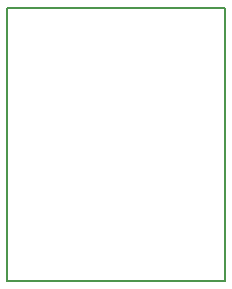
<source format=gm1>
G04 #@! TF.GenerationSoftware,KiCad,Pcbnew,9.0.2*
G04 #@! TF.CreationDate,2025-07-09T02:52:23-04:00*
G04 #@! TF.ProjectId,FBT,4642542e-6b69-4636-9164-5f7063625858,rev?*
G04 #@! TF.SameCoordinates,Original*
G04 #@! TF.FileFunction,Profile,NP*
%FSLAX46Y46*%
G04 Gerber Fmt 4.6, Leading zero omitted, Abs format (unit mm)*
G04 Created by KiCad (PCBNEW 9.0.2) date 2025-07-09 02:52:23*
%MOMM*%
%LPD*%
G01*
G04 APERTURE LIST*
G04 #@! TA.AperFunction,Profile*
%ADD10C,0.200000*%
G04 #@! TD*
G04 APERTURE END LIST*
D10*
X165390000Y-109730000D02*
X183890000Y-109730000D01*
X183890000Y-132830000D01*
X165390000Y-132830000D01*
X165390000Y-109730000D01*
M02*

</source>
